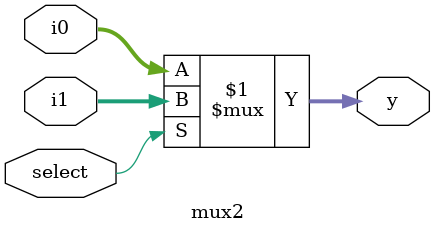
<source format=sv>
module mux2 (input [31:0] i0, i1, input select, output [31:0] y);
	assign	  y = select ? i1 : i0;
endmodule								 
</source>
